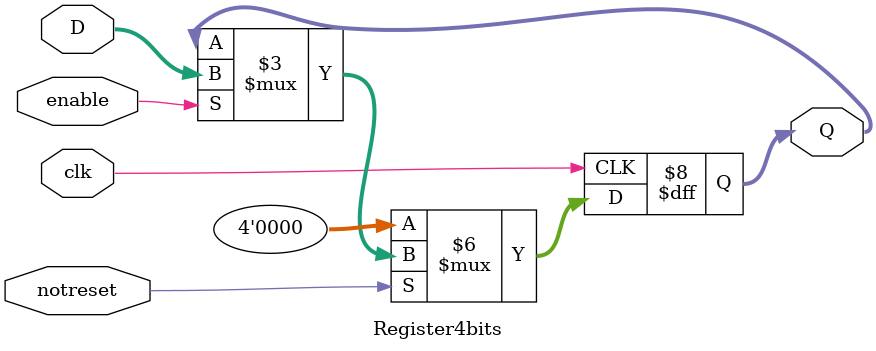
<source format=v>
module Register4bits
(
    input wire clk, notreset, enable,
    input wire [3:0] D,
    output reg [3:0] Q
);
reg reset;
always @(posedge clk) 
  begin
  reset = !notreset;
    if (reset)
      Q <= 4'b0000;      
    else if (enable)
      Q <= D;
  end
endmodule
</source>
